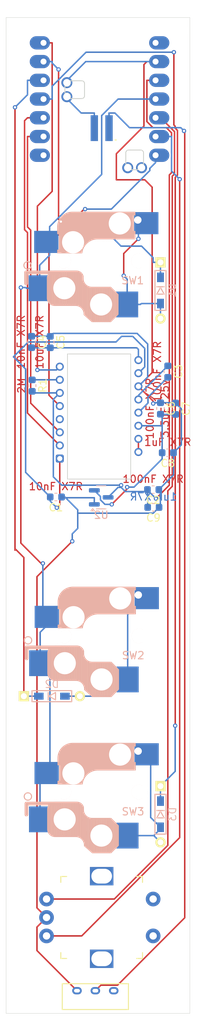
<source format=kicad_pcb>
(kicad_pcb (version 20240108) (generator "pcbnew") (generator_version "8.0")
  (layers (0 "F.Cu" signal) (31 "B.Cu" signal) (34 "B.Paste" user) (35 "F.Paste" user) (36 "B.SilkS" user "B.Silkscreen") (37 "F.SilkS" user "F.Silkscreen") (38 "B.Mask" user) (39 "F.Mask" user) (44 "Edge.Cuts" user))
  (net 0 "")
  (net 1 "Bat")
  (net 2 "Net-(BT1--)")
  (net 3 "GND")
  (net 4 "Net-(pmw3610-+VCSEL)")
  (net 5 "VCC")
  (net 6 "Net-(pmw3610-CN)")
  (net 7 "Net-(pmw3610-CP)")
  (net 8 "Net-(pmw3610-VCP)")
  (net 9 "+1v9")
  (net 10 "Net-(D1-A)")
  (net 11 "Row0")
  (net 12 "Net-(D2-A)")
  (net 13 "Row1")
  (net 14 "Row2")
  (net 15 "Net-(D3-A)")
  (net 16 "REB")
  (net 17 "REA")
  (net 22 "MOTION")
  (net 23 "SCLK")
  (net 24 "Net-(pmw3610--VCSEL)")
  (net 25 "SDIO")
  (net 27 "Net-(pmw3610-NRESET)")
  (net 28 "CS")
  (net 29 "Col0")
  (footprint "Salicylic_kbd_Library:JST_S2B-PH-SM4-TB" (layer "F.Cu") (at 100 51)
    (property "Reference" "BT1" (hide yes))
    (property "Value" "BATT")
    (pad "1" smd rect (at -1 0) (size 1 3.5) (layers "B.Cu" "B.Paste" "B.Mask") (net 1 "Bat"))
    (pad "2" smd rect (at 1 0) (size 1 3.5) (layers "B.Cu" "B.Paste" "B.Mask") (net 2 "Net-(BT1--)"))
  )
  (footprint "kbd_Parts:TGSW_MSK-12D19" (layer "F.Cu") (at 99.141563 168.977176 180)
    (property "Reference" "SW21")
    (property "Value" "SW_SPDT" (hide yes))
    (pad "1" thru_hole oval (at -2.5 1.05 180) (size 1.3 1) (drill oval 0.8 0.5) (layers "*.Cu" "*.Mask") (clearance 0.15))
    (pad "2" thru_hole oval (at 0 1.05 180) (size 1.3 1) (drill oval 0.8 0.5) (layers "*.Cu" "*.Mask") (net 2 "Net-(BT1--)") (clearance 0.15))
    (pad "3" thru_hole oval (at 2.5 1.05 180) (size 1.3 1) (drill oval 0.8 0.5) (layers "*.Cu" "*.Mask") (net 3 "GND") (clearance 0.15))
  )
  (footprint "kbd_Parts:RotaryEncoder_EC12E" (layer "F.Cu") (at 100 158)
    (property "Reference" "SW4")
    (property "Value" "RotaryEncoder")
    (pad "A" thru_hole circle (at -7.5 -2.5) (size 2 2) (drill 1) (layers "*.Cu" "*.Mask") (net 17 "REA"))
    (pad "B" thru_hole circle (at -7.5 2.5) (size 2 2) (drill 1) (layers "*.Cu" "*.Mask") (net 16 "REB"))
    (pad "C" thru_hole circle (at -7.5 0) (size 2 2) (drill 1) (layers "*.Cu" "*.Mask") (net 3 "GND"))
    (pad "MP" thru_hole rect (at 0 -5.6) (size 3.2 2.5) (drill oval 2.8 2) (layers "*.Cu" "*.Mask"))
    (pad "MP" thru_hole rect (at 0 5.6) (size 3.2 2.5) (drill oval 2.8 2) (layers "*.Cu" "*.Mask"))
    (pad "S1" thru_hole circle (at 7 2.5) (size 2 2) (drill 1) (layers "*.Cu" "*.Mask"))
    (pad "S2" thru_hole circle (at 7 -2.5) (size 2 2) (drill 1) (layers "*.Cu" "*.Mask"))
  )
  (footprint "kbd_Parts:Diode_TH_SMD" (layer "F.Cu") (at 108 73 -90)
    (property "Reference" "D1" (at 0 -1.63 90) (layer "B.SilkS") (effects (font (thickness 0.125)) (justify mirror)))
    (property "Value" "D" (hide yes))
    (property "LCSC" "" (at 0 0 90) (layer "B.SilkS") (effects (font (thickness 0.1)) (justify mirror)))
    (pad "1" thru_hole rect (at -3.81 0 270) (size 1.397 1.397) (drill 0.8128) (layers "*.Cu" "*.Mask" "F.SilkS") (net 11 "Row0"))
    (pad "1" smd rect (at -1.775 0 270) (size 1.3 0.95) (layers "B.Cu" "B.Paste" "B.Mask") (net 11 "Row0"))
    (pad "2" smd rect (at 1.775 0 270) (size 1.3 0.95) (layers "B.Cu" "B.Paste" "B.Mask") (net 10 "Net-(D1-A)"))
    (pad "2" thru_hole circle (at 3.81 0 270) (size 1.397 1.397) (drill 0.8128) (layers "*.Cu" "*.Mask" "F.SilkS") (net 10 "Net-(D1-A)"))
  )
  (footprint "kbd_Hole:m2_Screw_Hole" (layer "F.Cu") (at 88.645844 37.775358)
    (property "Reference" "Ref**")
    (property "Value" "Val**")
    (pad "" np_thru_hole circle (at 0 0) (size 2.2 2.2) (drill 2.2) (layers "*.Cu" "*.Mask"))
  )
  (footprint "Salicylic_kbd_Library:XIAO_nRF52840_wBAT_wNFC_1" (layer "F.Cu") (at 99.7094 36.5547)
    (property "Reference" "U1" (hide yes))
    (property "Value" "~" (hide yes))
    (fp_line (start -4.707753 9.749447) (end -4.707753 8.708047) (stroke (width 0.12)) (layer "Edge.Cuts"))
    (fp_line (start -4.021953 8.022247) (end -2.421753 8.022247) (stroke (width 0.12)) (layer "Edge.Cuts"))
    (fp_line (start -2.421753 10.435247) (end -4.021953 10.435247) (stroke (width 0.12)) (layer "Edge.Cuts"))
    (fp_line (start -2.040753 8.403247) (end -2.040753 10.054247) (stroke (width 0.12)) (layer "Edge.Cuts"))
    (fp_line (start 3.572247 19.391953) (end 3.572247 17.791753) (stroke (width 0.12)) (layer "Edge.Cuts"))
    (fp_line (start 3.953247 17.410753) (end 5.604247 17.410753) (stroke (width 0.12)) (layer "Edge.Cuts"))
    (fp_line (start 5.299447 20.077753) (end 4.258047 20.077753) (stroke (width 0.12)) (layer "Edge.Cuts"))
    (fp_line (start 5.985247 17.791753) (end 5.985247 19.391953) (stroke (width 0.12)) (layer "Edge.Cuts"))
    (fp_arc (start -4.707753 9.749447) (mid -4.104144 9.831638) (end -4.021953 10.435247) (stroke (width 0.12)) (layer "Edge.Cuts"))
    (fp_arc (start -4.021953 8.022247) (mid -4.104144 8.625856) (end -4.707753 8.708047) (stroke (width 0.12)) (layer "Edge.Cuts"))
    (fp_arc (start -2.421753 8.022247) (mid -2.152343 8.133837) (end -2.040753 8.403247) (stroke (width 0.12)) (layer "Edge.Cuts"))
    (fp_arc (start -2.040753 10.054247) (mid -2.152344 10.323656) (end -2.421753 10.435247) (stroke (width 0.12)) (layer "Edge.Cuts"))
    (fp_arc (start 3.572247 17.791753) (mid 3.683838 17.522342) (end 3.953247 17.410753) (stroke (width 0.12)) (layer "Edge.Cuts"))
    (fp_arc (start 3.572247 19.391953) (mid 4.175856 19.474144) (end 4.258047 20.077753) (stroke (width 0.12)) (layer "Edge.Cuts"))
    (fp_arc (start 5.299447 20.077753) (mid 5.38164 19.474141) (end 5.985247 19.391953) (stroke (width 0.12)) (layer "Edge.Cuts"))
    (fp_arc (start 5.604247 17.410753) (mid 5.873656 17.522344) (end 5.985247 17.791753) (stroke (width 0.12)) (layer "Edge.Cuts"))
    (pad "1" thru_hole oval (at -7.62 2.88) (size 2.75 1.8) (drill 0.8128 (offset -0.5 0)) (layers "*.Cu" "*.Mask") (net 22 "MOTION"))
    (pad "2" thru_hole oval (at -7.62 5.42) (size 2.75 1.8) (drill 0.8128 (offset -0.5 0)) (layers "*.Cu" "*.Mask") (net 11 "Row0"))
    (pad "3" thru_hole oval (at -7.62 7.96) (size 2.75 1.8) (drill 0.8128 (offset -0.5 0)) (layers "*.Cu" "*.Mask") (net 13 "Row1"))
    (pad "4" thru_hole oval (at -7.62 10.5) (size 2.75 1.8) (drill 0.8128 (offset -0.5 0)) (layers "*.Cu" "*.Mask") (net 14 "Row2"))
    (pad "5" thru_hole oval (at -7.62 13.04) (size 2.75 1.8) (drill 0.8128 (offset -0.5 0)) (layers "*.Cu" "*.Mask") (net 25 "SDIO"))
    (pad "6" thru_hole oval (at -7.62 15.58) (size 2.75 1.8) (drill 0.8128 (offset -0.5 0)) (layers "*.Cu" "*.Mask") (net 23 "SCLK"))
    (pad "7" thru_hole oval (at -7.62 18.12) (size 2.75 1.8) (drill 0.8128 (offset -0.5 0)) (layers "*.Cu" "*.Mask"))
    (pad "8" thru_hole oval (at 7.62 18.12) (size 2.75 1.8) (drill 0.8128 (offset 0.5 0)) (layers "*.Cu" "*.Mask") (net 28 "CS"))
    (pad "9" thru_hole oval (at 7.62 15.58) (size 2.75 1.8) (drill 0.8128 (offset 0.5 0)) (layers "*.Cu" "*.Mask") (net 16 "REB"))
    (pad "10" thru_hole oval (at 7.62 13.04) (size 2.75 1.8) (drill 0.8128 (offset 0.5 0)) (layers "*.Cu" "*.Mask") (net 17 "REA"))
    (pad "11" thru_hole oval (at 7.62 10.5) (size 2.75 1.8) (drill 0.8128 (offset 0.5 0)) (layers "*.Cu" "*.Mask") (net 29 "Col0"))
    (pad "12" thru_hole oval (at 7.62 7.96) (size 2.75 1.8) (drill 0.8128 (offset 0.5 0)) (layers "*.Cu" "*.Mask") (net 5 "VCC"))
    (pad "13" thru_hole oval (at 7.62 5.42) (size 2.75 1.8) (drill 0.8128 (offset 0.5 0)) (layers "*.Cu" "*.Mask") (net 3 "GND"))
    (pad "14" thru_hole oval (at 7.62 2.88) (size 2.75 1.8) (drill 0.8128 (offset 0.5 0)) (layers "*.Cu" "*.Mask"))
    (pad "15" thru_hole circle (at 3.8354 19.812 90) (size 1.5 1.5) (drill 1) (layers "*.Cu" "*.Mask"))
    (pad "16" thru_hole circle (at 5.715 19.812 270) (size 1.5 1.5) (drill 1) (layers "*.Cu" "*.Mask"))
    (pad "20" thru_hole circle (at -4.445 10.183 270) (size 1.5 1.5) (drill 1) (layers "*.Cu" "*.Mask") (net 1 "Bat"))
    (pad "21" thru_hole circle (at -4.445 8.278 90) (size 1.5 1.5) (drill 1) (layers "*.Cu" "*.Mask") (net 3 "GND"))
  )
  (footprint "kbd_SW_PCBA:MX_Choc_v1v2_Hotswap_1u" (layer "F.Cu") (at 99.9642 141)
    (property "Reference" "SW3" (at 4.3 2.65 180) (layer "B.SilkS"))
    (property "Value" "SW_PUSH" (hide yes))
    (pad "" np_thru_hole circle (at -5.5 0 270) (size 1.7 1.7) (drill 1.7) (layers "F&B.Cu" "*.Mask"))
    (pad "" np_thru_hole circle (at -5.08 0) (size 2 2) (drill 2) (layers "*.Cu" "*.Mask" "B.SilkS"))
    (pad "" np_thru_hole circle (at -5 3.7 90) (size 3 3) (drill 3) (layers "F&B.Cu" "*.Mask"))
    (pad "" np_thru_hole circle (at -3.81 -2.54 180) (size 3 3) (drill 3) (layers "*.Cu" "*.Mask"))
    (pad "" np_thru_hole circle (at 0 0 90) (size 4.8 4.8) (drill 4.8) (layers "F&B.Cu" "*.Mask"))
    (pad "" np_thru_hole circle (at 0 5.9 90) (size 3 3) (drill 3) (layers "F&B.Cu" "*.Mask"))
    (pad "" np_thru_hole circle (at 2.54 -5.08 180) (size 3 3) (drill 3) (layers "*.Cu" "*.Mask"))
    (pad "" np_thru_hole circle (at 5 -5.55) (size 1 1) (drill oval 1) (layers "F&B.Cu" "*.Mask"))
    (pad "" np_thru_hole circle (at 5.08 0) (size 2 2) (drill 2) (layers "*.Cu" "*.Mask" "B.SilkS"))
    (pad "" np_thru_hole circle (at 5.5 0 270) (size 1.7 1.7) (drill 1.7) (layers "F&B.Cu" "*.Mask"))
    (pad "1" smd rect (at -8.35 3.7 180) (size 3 3.5) (layers "B.Cu" "B.Paste" "B.Mask") (net 29 "Col0"))
    (pad "1" smd rect (at -7 -2.58 180) (size 3.3 3) (drill (offset 0.45 0)) (layers "B.Cu" "B.Paste" "B.Mask") (net 29 "Col0"))
    (pad "2" smd rect (at 3.55 5.9 180) (size 3 3.5) (layers "B.Cu" "B.Paste" "B.Mask") (net 15 "Net-(D3-A)"))
    (pad "2" smd rect (at 5.7 -5.12 180) (size 3.3 3) (drill (offset -0.45 0)) (layers "B.Cu" "B.Paste" "B.Mask") (net 15 "Net-(D3-A)"))
  )
  (footprint "kbd_Hole:m2_Screw_Hole" (layer "F.Cu") (at 89.7656 168.156779)
    (property "Reference" "Ref**")
    (property "Value" "Val**")
    (pad "" np_thru_hole circle (at 0 0) (size 2.2 2.2) (drill 2.2) (layers "*.Cu" "*.Mask"))
  )
  (footprint "kbd_Parts:Diode_TH_SMD" (layer "F.Cu") (at 93.225 128)
    (property "Reference" "D2" (at 0 -1.63 0) (layer "B.SilkS") (effects (font (thickness 0.125)) (justify mirror)))
    (property "Value" "D" (hide yes))
    (property "LCSC" "" (at 0 0 0) (layer "B.SilkS") (effects (font (thickness 0.1)) (justify mirror)))
    (pad "1" thru_hole rect (at -3.81 0) (size 1.397 1.397) (drill 0.8128) (layers "*.Cu" "*.Mask" "F.SilkS") (net 13 "Row1"))
    (pad "1" smd rect (at -1.775 0) (size 1.3 0.95) (layers "B.Cu" "B.Paste" "B.Mask") (net 13 "Row1"))
    (pad "2" smd rect (at 1.775 0) (size 1.3 0.95) (layers "B.Cu" "B.Paste" "B.Mask") (net 12 "Net-(D2-A)"))
    (pad "2" thru_hole circle (at 3.81 0) (size 1.397 1.397) (drill 0.8128) (layers "*.Cu" "*.Mask" "F.SilkS") (net 12 "Net-(D2-A)"))
  )
  (footprint "kbd_SW_PCBA:MX_Choc_v1v2_Hotswap_1u" (layer "F.Cu") (at 99.985623 119.831343)
    (property "Reference" "SW2" (at 4.3 2.65 180) (layer "B.SilkS"))
    (property "Value" "SW_PUSH" (hide yes))
    (pad "" np_thru_hole circle (at -5.5 0 270) (size 1.7 1.7) (drill 1.7) (layers "F&B.Cu" "*.Mask"))
    (pad "" np_thru_hole circle (at -5.08 0) (size 2 2) (drill 2) (layers "*.Cu" "*.Mask" "B.SilkS"))
    (pad "" np_thru_hole circle (at -5 3.7 90) (size 3 3) (drill 3) (layers "F&B.Cu" "*.Mask"))
    (pad "" np_thru_hole circle (at -3.81 -2.54 180) (size 3 3) (drill 3) (layers "*.Cu" "*.Mask"))
    (pad "" np_thru_hole circle (at 0 0 90) (size 4.8 4.8) (drill 4.8) (layers "F&B.Cu" "*.Mask"))
    (pad "" np_thru_hole circle (at 0 5.9 90) (size 3 3) (drill 3) (layers "F&B.Cu" "*.Mask"))
    (pad "" np_thru_hole circle (at 2.54 -5.08 180) (size 3 3) (drill 3) (layers "*.Cu" "*.Mask"))
    (pad "" np_thru_hole circle (at 5 -5.55) (size 1 1) (drill oval 1) (layers "F&B.Cu" "*.Mask"))
    (pad "" np_thru_hole circle (at 5.08 0) (size 2 2) (drill 2) (layers "*.Cu" "*.Mask" "B.SilkS"))
    (pad "" np_thru_hole circle (at 5.5 0 270) (size 1.7 1.7) (drill 1.7) (layers "F&B.Cu" "*.Mask"))
    (pad "1" smd rect (at -8.35 3.7 180) (size 3 3.5) (layers "B.Cu" "B.Paste" "B.Mask") (net 29 "Col0"))
    (pad "1" smd rect (at -7 -2.58 180) (size 3.3 3) (drill (offset 0.45 0)) (layers "B.Cu" "B.Paste" "B.Mask") (net 29 "Col0"))
    (pad "2" smd rect (at 3.55 5.9 180) (size 3 3.5) (layers "B.Cu" "B.Paste" "B.Mask") (net 12 "Net-(D2-A)"))
    (pad "2" smd rect (at 5.7 -5.12 180) (size 3.3 3) (drill (offset -0.45 0)) (layers "B.Cu" "B.Paste" "B.Mask") (net 12 "Net-(D2-A)"))
  )
  (footprint "kbd_Hole:m2_Screw_Hole" (layer "F.Cu") (at 110.400604 37.675327)
    (property "Reference" "Ref**")
    (property "Value" "Val**")
    (pad "" np_thru_hole circle (at 0 0) (size 2.2 2.2) (drill 2.2) (layers "*.Cu" "*.Mask"))
  )
  (footprint "kbd_Parts:Diode_TH_SMD" (layer "F.Cu") (at 108 144 -90)
    (property "Reference" "D3" (at 0 -1.63 90) (layer "B.SilkS") (effects (font (thickness 0.125)) (justify mirror)))
    (property "Value" "D" (hide yes))
    (property "LCSC" "" (at 0 0 90) (layer "B.SilkS") (effects (font (thickness 0.1)) (justify mirror)))
    (pad "1" thru_hole rect (at -3.81 0 270) (size 1.397 1.397) (drill 0.8128) (layers "*.Cu" "*.Mask" "F.SilkS") (net 14 "Row2"))
    (pad "1" smd rect (at -1.775 0 270) (size 1.3 0.95) (layers "B.Cu" "B.Paste" "B.Mask") (net 14 "Row2"))
    (pad "2" smd rect (at 1.775 0 270) (size 1.3 0.95) (layers "B.Cu" "B.Paste" "B.Mask") (net 15 "Net-(D3-A)"))
    (pad "2" thru_hole circle (at 3.81 0 270) (size 1.397 1.397) (drill 0.8128) (layers "*.Cu" "*.Mask" "F.SilkS") (net 15 "Net-(D3-A)"))
  )
  (footprint "kbd_SW_PCBA:MX_Choc_v1v2_Hotswap_1u" (layer "F.Cu") (at 99.92 69)
    (property "Reference" "SW1" (at 4.3 2.65 180) (layer "B.SilkS"))
    (property "Value" "SW_PUSH" (hide yes))
    (pad "" np_thru_hole circle (at -5.5 0 270) (size 1.7 1.7) (drill 1.7) (layers "F&B.Cu" "*.Mask"))
    (pad "" np_thru_hole circle (at -5.08 0) (size 2 2) (drill 2) (layers "*.Cu" "*.Mask" "B.SilkS"))
    (pad "" np_thru_hole circle (at -5 3.7 90) (size 3 3) (drill 3) (layers "F&B.Cu" "*.Mask"))
    (pad "" np_thru_hole circle (at -3.81 -2.54 180) (size 3 3) (drill 3) (layers "*.Cu" "*.Mask"))
    (pad "" np_thru_hole circle (at 0 0 90) (size 4.8 4.8) (drill 4.8) (layers "F&B.Cu" "*.Mask"))
    (pad "" np_thru_hole circle (at 0 5.9 90) (size 3 3) (drill 3) (layers "F&B.Cu" "*.Mask"))
    (pad "" np_thru_hole circle (at 2.54 -5.08 180) (size 3 3) (drill 3) (layers "*.Cu" "*.Mask"))
    (pad "" np_thru_hole circle (at 5 -5.55) (size 1 1) (drill oval 1) (layers "F&B.Cu" "*.Mask"))
    (pad "" np_thru_hole circle (at 5.08 0) (size 2 2) (drill 2) (layers "*.Cu" "*.Mask" "B.SilkS"))
    (pad "" np_thru_hole circle (at 5.5 0 270) (size 1.7 1.7) (drill 1.7) (layers "F&B.Cu" "*.Mask"))
    (pad "1" smd rect (at -8.35 3.7 180) (size 3 3.5) (layers "B.Cu" "B.Paste" "B.Mask") (net 29 "Col0"))
    (pad "1" smd rect (at -7 -2.58 180) (size 3.3 3) (drill (offset 0.45 0)) (layers "B.Cu" "B.Paste" "B.Mask") (net 29 "Col0"))
    (pad "2" smd rect (at 3.55 5.9 180) (size 3 3.5) (layers "B.Cu" "B.Paste" "B.Mask") (net 10 "Net-(D1-A)"))
    (pad "2" smd rect (at 5.7 -5.12 180) (size 3.3 3) (drill (offset -0.45 0)) (layers "B.Cu" "B.Paste" "B.Mask") (net 10 "Net-(D1-A)"))
  )
  (footprint "kbd_Hole:m2_Screw_Hole" (layer "F.Cu") (at 109.337922 168.391178)
    (property "Reference" "Ref**")
    (property "Value" "Val**")
    (pad "" np_thru_hole circle (at 0 0) (size 2.2 2.2) (drill 2.2) (layers "*.Cu" "*.Mask"))
  )
  (footprint "Capacitor_SMD:C_0603_1608Metric" (layer "B.Cu") (at 107.0343 102.3996)
    (property "Reference" "C9" (at 0 1.43 360) (layer "F.SilkS"))
    (property "Value" "1uF X7R" (at 0 -1.43 360) (layer "B.Cu") (effects (justify mirror)))
    (pad "1" smd roundrect (at -0.775 0) (size 0.9 0.95) (layers "B.Cu" "B.Paste" "B.Mask") (net 5 "VCC"))
    (pad "2" smd roundrect (at 0.775 0) (size 0.9 0.95) (layers "B.Cu" "B.Paste" "B.Mask") (net 3 "GND"))
  )
  (footprint "Capacitor_SMD:C_0603_1608Metric" (layer "B.Cu") (at 110.0439 89.0291 90)
    (property "Reference" "C7" (at 0 1.43 90) (layer "F.SilkS"))
    (property "Value" "3.3uF/25v" (at 0 -1.43 90) (layer "F.Cu"))
    (pad "1" smd roundrect (at -0.775 0 90) (size 0.9 0.95) (layers "B.Cu" "B.Paste" "B.Mask") (net 9 "+1v9"))
    (pad "2" smd roundrect (at 0.775 0 90) (size 0.9 0.95) (layers "B.Cu" "B.Paste" "B.Mask") (net 3 "GND"))
  )
  (footprint "Capacitor_SMD:C_0603_1608Metric" (layer "B.Cu") (at 93 80 90)
    (property "Reference" "C5" (at 0 1.43 90) (layer "F.SilkS"))
    (property "Value" "10uF X7R" (at 0 -1.43 90) (layer "F.Cu"))
    (pad "1" smd roundrect (at -0.775 0 90) (size 0.9 0.95) (layers "B.Cu" "B.Paste" "B.Mask") (net 8 "Net-(pmw3610-VCP)"))
    (pad "2" smd roundrect (at 0.775 0 90) (size 0.9 0.95) (layers "B.Cu" "B.Paste" "B.Mask") (net 3 "GND"))
  )
  (footprint "Capacitor_SMD:C_0603_1608Metric" (layer "B.Cu") (at 109 95)
    (property "Reference" "C8" (at 0 1.43 360) (layer "F.SilkS"))
    (property "Value" "1uF X7R" (at 0 -1.43 360) (layer "F.Cu"))
    (pad "1" smd roundrect (at -0.775 0) (size 0.9 0.95) (layers "B.Cu" "B.Paste" "B.Mask") (net 9 "+1v9"))
    (pad "2" smd roundrect (at 0.775 0) (size 0.9 0.95) (layers "B.Cu" "B.Paste" "B.Mask") (net 3 "GND"))
  )
  (footprint "seiboku-footprints:PMW3610DM-SUDU" (layer "B.Cu") (at 94.3 95.79 -90)
    (property "Reference" "pmw3610" (hide yes))
    (property "Value" "~")
    (fp_rect (start -14.18 -1.05) (end 2.78 -9.65) (stroke (width 0.1)) (fill none) (layer "Edge.Cuts"))
    (pad "1" thru_hole roundrect (at 0 0 90) (size 1.1 1.1) (drill 0.7) (layers "*.Cu" "*.Mask") (roundrect_rratio 0.2272727273) (net 4 "Net-(pmw3610-+VCSEL)"))
    (pad "2" thru_hole circle (at -1.78 0 90) (size 1.1 1.1) (drill 0.7) (layers "*.Cu" "*.Mask") (net 25 "SDIO"))
    (pad "3" thru_hole circle (at -3.56 0 90) (size 1.1 1.1) (drill 0.7) (layers "*.Cu" "*.Mask") (net 23 "SCLK"))
    (pad "4" thru_hole circle (at -5.34 0 90) (size 1.1 1.1) (drill 0.7) (layers "*.Cu" "*.Mask"))
    (pad "5" thru_hole circle (at -7.12 0 90) (size 1.1 1.1) (drill 0.7) (layers "*.Cu" "*.Mask") (net 28 "CS"))
    (pad "6" thru_hole circle (at -8.9 0 90) (size 1.1 1.1) (drill 0.7) (layers "*.Cu" "*.Mask") (net 5 "VCC"))
    (pad "7" thru_hole circle (at -10.68 0 90) (size 1.1 1.1) (drill 0.7) (layers "*.Cu" "*.Mask") (net 27 "Net-(pmw3610-NRESET)"))
    (pad "8" thru_hole circle (at -12.46 0 90) (size 1.1 1.1) (drill 0.7) (layers "*.Cu" "*.Mask") (net 22 "MOTION"))
    (pad "9" thru_hole circle (at -13.35 -10.7 90) (size 1.1 1.1) (drill 0.7) (layers "*.Cu" "*.Mask") (net 8 "Net-(pmw3610-VCP)"))
    (pad "10" thru_hole circle (at -11.57 -10.7 90) (size 1.1 1.1) (drill 0.7) (layers "*.Cu" "*.Mask") (net 4 "Net-(pmw3610-+VCSEL)"))
    (pad "11" thru_hole circle (at -9.79 -10.7 90) (size 1.1 1.1) (drill 0.7) (layers "*.Cu" "*.Mask") (net 3 "GND"))
    (pad "12" thru_hole circle (at -8.01 -10.7 90) (size 1.1 1.1) (drill 0.7) (layers "*.Cu" "*.Mask") (net 7 "Net-(pmw3610-CP)"))
    (pad "13" thru_hole circle (at -6.23 -10.7 90) (size 1.1 1.1) (drill 0.7) (layers "*.Cu" "*.Mask") (net 6 "Net-(pmw3610-CN)"))
    (pad "14" thru_hole circle (at -4.45 -10.7 90) (size 1.1 1.1) (drill 0.7) (layers "*.Cu" "*.Mask") (net 9 "+1v9"))
    (pad "15" thru_hole circle (at -2.67 -10.7 90) (size 1.1 1.1) (drill 0.7) (layers "*.Cu" "*.Mask") (net 24 "Net-(pmw3610--VCSEL)"))
    (pad "16" thru_hole circle (at -0.89 -10.7 90) (size 1.1 1.1) (drill 0.7) (layers "*.Cu" "*.Mask") (net 24 "Net-(pmw3610--VCSEL)"))
  )
  (footprint "Capacitor_SMD:C_0603_1608Metric" (layer "B.Cu") (at 90.5476 85.8988 90)
    (property "Reference" "R1" (at 0 1.43 90) (layer "F.SilkS"))
    (property "Value" "2M" (at 0 -1.43 90) (layer "F.Cu"))
    (pad "1" smd roundrect (at -0.775 0 90) (size 0.9 0.95) (layers "B.Cu" "B.Paste" "B.Mask") (net 5 "VCC"))
    (pad "2" smd roundrect (at 0.775 0 90) (size 0.9 0.95) (layers "B.Cu" "B.Paste" "B.Mask") (net 27 "Net-(pmw3610-NRESET)"))
  )
  (footprint "Package_TO_SOT_SMD:SOT-23" (layer "B.Cu") (at 99.9375 101.05)
    (property "Reference" "U2" (at 0 2.4 360) (layer "B.SilkS") (effects (justify mirror)))
    (property "Value" "MCP1700x-180xxTT")
    (pad "1" smd roundrect (at -0.9375 0.95) (size 1.475 0.6) (layers "B.Cu" "B.Paste" "B.Mask") (net 3 "GND"))
    (pad "2" smd roundrect (at -0.9375 -0.95) (size 1.475 0.6) (layers "B.Cu" "B.Paste" "B.Mask") (net 9 "+1v9"))
    (pad "3" smd roundrect (at 0.9375 0) (size 1.475 0.6) (layers "B.Cu" "B.Paste" "B.Mask") (net 5 "VCC"))
  )
  (footprint "Capacitor_SMD:C_0603_1608Metric" (layer "B.Cu") (at 107 100)
    (property "Reference" "C2" (at 0 1.43 360) (layer "F.SilkS"))
    (property "Value" "100nF X7R" (at 0 -1.43 360) (layer "F.Cu"))
    (pad "1" smd roundrect (at -0.775 0) (size 0.9 0.95) (layers "B.Cu" "B.Paste" "B.Mask") (net 5 "VCC"))
    (pad "2" smd roundrect (at 0.775 0) (size 0.9 0.95) (layers "B.Cu" "B.Paste" "B.Mask") (net 3 "GND"))
  )
  (footprint "Capacitor_SMD:C_0603_1608Metric" (layer "B.Cu") (at 93.775 101)
    (property "Reference" "C1" (at 0 1.43 360) (layer "F.SilkS"))
    (property "Value" "10nF X7R" (at 0 -1.43 360) (layer "F.Cu"))
    (pad "1" smd roundrect (at -0.775 0) (size 0.9 0.95) (layers "B.Cu" "B.Paste" "B.Mask") (net 4 "Net-(pmw3610-+VCSEL)"))
    (pad "2" smd roundrect (at 0.775 0) (size 0.9 0.95) (layers "B.Cu" "B.Paste" "B.Mask") (net 3 "GND"))
  )
  (footprint "Capacitor_SMD:C_0603_1608Metric" (layer "B.Cu") (at 108 89 90)
    (property "Reference" "C6" (at 0 1.43 90) (layer "F.SilkS"))
    (property "Value" "100nF X7R" (at 0 -1.43 90) (layer "F.Cu"))
    (pad "1" smd roundrect (at -0.775 0 90) (size 0.9 0.95) (layers "B.Cu" "B.Paste" "B.Mask") (net 9 "+1v9"))
    (pad "2" smd roundrect (at 0.775 0 90) (size 0.9 0.95) (layers "B.Cu" "B.Paste" "B.Mask") (net 3 "GND"))
  )
  (footprint "Capacitor_SMD:C_0603_1608Metric" (layer "B.Cu") (at 109 84 90)
    (property "Reference" "C3" (at 0 1.43 90) (layer "F.SilkS"))
    (property "Value" "100nF X7R" (at 0 -1.43 90) (layer "F.Cu"))
    (pad "1" smd roundrect (at -0.775 0 90) (size 0.9 0.95) (layers "B.Cu" "B.Paste" "B.Mask") (net 6 "Net-(pmw3610-CN)"))
    (pad "2" smd roundrect (at 0.775 0 90) (size 0.9 0.95) (layers "B.Cu" "B.Paste" "B.Mask") (net 7 "Net-(pmw3610-CP)"))
  )
  (footprint "Capacitor_SMD:C_0603_1608Metric" (layer "B.Cu") (at 90.4669 79.986 90)
    (property "Reference" "C4" (at 0 1.43 90) (layer "F.SilkS"))
    (property "Value" "10nF X7R" (at 0 -1.43 90) (layer "F.Cu"))
    (pad "1" smd roundrect (at -0.775 0 90) (size 0.9 0.95) (layers "B.Cu" "B.Paste" "B.Mask") (net 8 "Net-(pmw3610-VCP)"))
    (pad "2" smd roundrect (at 0.775 0 90) (size 0.9 0.95) (layers "B.Cu" "B.Paste" "B.Mask") (net 3 "GND"))
  )
  (gr_rect (start 87 36) (end 112 171) (stroke (width 0.05)) (fill none) (layer "Edge.Cuts"))
  (segment (start 95.2644 47.001) (end 97.2117 48.9483) (width 0.2) (layer "B.Cu") (net 1))
  (segment (start 97.2117 48.9483) (end 99 48.9483) (width 0.2) (layer "B.Cu") (net 1))
  (segment (start 99 51) (end 99 48.9483) (width 0.2) (layer "B.Cu") (net 1))
  (segment (start 95.2644 46.7377) (end 95.2644 47.001) (width 0.2) (layer "B.Cu") (net 1))
  (segment (start 102.161302 167.177176) (end 99.891563 167.177176) (width 0.2) (layer "F.Cu") (net 2))
  (segment (start 111.1998 51.375) (end 111.2978 51.473) (width 0.2) (layer "F.Cu") (net 2))
  (segment (start 111.2978 51.473) (end 111.1998 51.375) (width 0.2) (layer "F.Cu") (net 2))
  (segment (start 111.2978 158.040678) (end 102.161302 167.177176) (width 0.2) (layer "F.Cu") (net 2))
  (segment (start 111.1998 51.375) (end 111.2978 51.473) (width 0.2) (layer "F.Cu") (net 2))
  (segment (start 111.2978 51.473) (end 111.2978 158.040678) (width 0.2) (layer "F.Cu") (net 2))
  (segment (start 99.891563 167.177176) (end 99.141563 167.927176) (width 0.2) (layer "F.Cu") (net 2))
  (via (at 111.1998 51.375) (size 0.6) (drill 0.3) (layers "F.Cu" "B.Cu") (net 2))
  (segment (start 103.7864 50.933) (end 101.8017 48.9483) (width 0.2) (layer "B.Cu") (net 2))
  (segment (start 111.1998 51.375) (end 110.7578 50.933) (width 0.2) (layer "B.Cu") (net 2))
  (segment (start 101 51) (end 101 48.9483) (width 0.2) (layer "B.Cu") (net 2))
  (segment (start 111.2978 51.473) (end 111.1998 51.375) (width 0.2) (layer "B.Cu") (net 2))
  (segment (start 110.7578 50.933) (end 103.7864 50.933) (width 0.2) (layer "B.Cu") (net 2))
  (segment (start 101.8017 48.9483) (end 101 48.9483) (width 0.2) (layer "B.Cu") (net 2))
  (segment (start 111.1998 51.375) (end 111.2978 51.473) (width 0.2) (layer "B.Cu") (net 2))
  (segment (start 107.3294 41.9747) (end 106.1527 41.9747) (width 0.2) (layer "F.Cu") (net 3))
  (segment (start 107.0121 88.0121) (end 105 86) (width 0.2) (layer "F.Cu") (net 3))
  (segment (start 91.2 111.8) (end 96 107) (width 0.2) (layer "F.Cu") (net 3))
  (segment (start 91.2 159.3) (end 91.2 162.485613) (width 0.2) (layer "F.Cu") (net 3))
  (segment (start 105.8668 58) (end 106.8668 59) (width 0.2) (layer "F.Cu") (net 3))
  (segment (start 102 58) (end 105.8668 58) (width 0.2) (layer "F.Cu") (net 3))
  (segment (start 105.751 50.7167) (end 102 54.4677) (width 0.2) (layer "F.Cu") (net 3))
  (segment (start 105.751 50.7167) (end 105.751 42.3764) (width 0.2) (layer "F.Cu") (net 3))
  (segment (start 107.0121 88.33) (end 107.0121 88.0121) (width 0.2) (layer "F.Cu") (net 3))
  (segment (start 92.5 158) (end 91.2 156.7) (width 0.2) (layer "F.Cu") (net 3))
  (segment (start 92.5 158) (end 91.2 159.3) (width 0.2) (layer "F.Cu") (net 3))
  (segment (start 105 86) (end 106.8668 84.1332) (width 0.2) (layer "F.Cu") (net 3))
  (segment (start 105.751 42.3764) (end 106.1527 41.9747) (width 0.2) (layer "F.Cu") (net 3))
  (segment (start 106.8668 84.1332) (end 106.8668 59) (width 0.2) (layer "F.Cu") (net 3))
  (segment (start 91.2 156.7) (end 91.2 111.8) (width 0.2) (layer "F.Cu") (net 3))
  (segment (start 102 54.4677) (end 102 58) (width 0.2) (layer "F.Cu") (net 3))
  (segment (start 91.2 162.485613) (end 96.641563 167.927176) (width 0.2) (layer "F.Cu") (net 3))
  (via (at 107.0121 88.33) (size 0.6) (drill 0.3) (layers "F.Cu" "B.Cu") (net 3))
  (via (at 96 107) (size 0.6) (drill 0.3) (layers "F.Cu" "B.Cu") (net 3))
  (segment (start 104.8233 78.8233) (end 93.4017 78.8233) (width 0.2) (layer "B.Cu") (net 3))
  (segment (start 110.0439 88.2541) (end 110.0148 88.225) (width 0.2) (layer "B.Cu") (net 3))
  (segment (start 93.4017 78.8233) (end 93 79.225) (width 0.2) (layer "B.Cu") (net 3))
  (segment (start 107.775 100) (end 109.775 98) (width 0.2) (layer "B.Cu") (net 3))
  (segment (start 95.2644 44.8327) (end 95.2644 44.5474) (width 0.2) (layer "B.Cu") (net 3))
  (segment (start 107.9849 100.2099) (end 107.775 100) (width 0.2) (layer "B.Cu") (net 3))
  (segment (start 109.775 98) (end 109.775 95) (width 0.2) (layer "B.Cu") (net 3))
  (segment (start 95 101) (end 94.55 101) (width 0.2) (layer "B.Cu") (net 3))
  (segment (start 96 106) (end 96.7432 105.2568) (width 0.2) (layer "B.Cu") (net 3))
  (segment (start 105 86) (end 106.2592 84.7408) (width 0.2) (layer "B.Cu") (net 3))
  (segment (start 107.3294 41.9747) (end 106.1527 41.9747) (width 0.2) (layer "B.Cu") (net 3))
  (segment (start 107.0157 103.1932) (end 107.8093 102.3996) (width 0.2) (layer "B.Cu") (net 3))
  (segment (start 106.2592 80.2592) (end 104.8233 78.8233) (width 0.2) (layer "B.Cu") (net 3))
  (segment (start 90.4669 79.211) (end 92.986 79.211) (width 0.2) (layer "B.Cu") (net 3))
  (segment (start 110.0148 88.225) (end 108 88.225) (width 0.2) (layer "B.Cu") (net 3))
  (segment (start 96 107) (end 96 106) (width 0.2) (layer "B.Cu") (net 3))
  (segment (start 106.2592 84.7408) (end 106.2592 80.2592) (width 0.2) (layer "B.Cu") (net 3))
  (segment (start 110.8428 89.053) (end 110.0439 88.2541) (width 0.2) (layer "B.Cu") (net 3))
  (segment (start 92.986 79.211) (end 93 79.225) (width 0.2) (layer "B.Cu") (net 3))
  (segment (start 96.7432 105.2568) (end 96.7432 103.1932) (width 0.2) (layer "B.Cu") (net 3))
  (segment (start 99 101.0993) (end 94.6493 101.0993) (width 0.2) (layer "B.Cu") (net 3))
  (segment (start 107.9849 102.224) (end 107.9849 100.2099) (width 0.2) (layer "B.Cu") (net 3))
  (segment (start 106.1527 41.9748) (end 106.1527 41.9747) (width 0.2) (layer "B.Cu") (net 3))
  (segment (start 99 101.0993) (end 99 102) (width 0.2) (layer "B.Cu") (net 3))
  (segment (start 96.7432 102.7432) (end 95 101) (width 0.2) (layer "B.Cu") (net 3))
  (segment (start 110.8428 93.9322) (end 110.8428 89.053) (width 0.2) (layer "B.Cu") (net 3))
  (segment (start 96.7432 103.1932) (end 107.0157 103.1932) (width 0.2) (layer "B.Cu") (net 3))
  (segment (start 109.775 95) (end 110.8428 93.9322) (width 0.2) (layer "B.Cu") (net 3))
  (segment (start 108 88.225) (end 107.1171 88.225) (width 0.2) (layer "B.Cu") (net 3))
  (segment (start 95.2644 44.5474) (end 97.837 41.9748) (width 0.2) (layer "B.Cu") (net 3))
  (segment (start 94.6493 101.0993) (end 94.55 101) (width 0.2) (layer "B.Cu") (net 3))
  (segment (start 107.8093 102.3996) (end 107.9849 102.224) (width 0.2) (layer "B.Cu") (net 3))
  (segment (start 97.837 41.9748) (end 106.1527 41.9748) (width 0.2) (layer "B.Cu") (net 3))
  (segment (start 96.7432 103.1932) (end 96.7432 102.7432) (width 0.2) (layer "B.Cu") (net 3))
  (segment (start 107.1171 88.225) (end 107.0121 88.33) (width 0.2) (layer "B.Cu") (net 3))
  (segment (start 94.3 102.0557) (end 94.3 95.79) (width 0.2) (layer "F.Cu") (net 4))
  (segment (start 93.9 102.4557) (end 94.3 102.0557) (width 0.2) (layer "F.Cu") (net 4))
  (via (at 93.9 102.4557) (size 0.6) (drill 0.3) (layers "F.Cu" "B.Cu") (net 4))
  (segment (start 93 101.5557) (end 93.9 102.4557) (width 0.2) (layer "B.Cu") (net 4))
  (segment (start 93 101) (end 93 101.5557) (width 0.2) (layer "B.Cu") (net 4))
  (segment (start 104.225 79.225) (end 102.7161 79.225) (width 0.2) (layer "B.Cu") (net 4))
  (segment (start 105.8575 83.3625) (end 105.8575 80.8575) (width 0.2) (layer "B.Cu") (net 4))
  (segment (start 88 82) (end 89.6563 83.6563) (width 0.2) (layer "B.Cu") (net 4))
  (segment (start 90.014 79.986) (end 88 82) (width 0.2) (layer "B.Cu") (net 4))
  (segment (start 102.7161 79.225) (end 101.9551 79.986) (width 0.2) (layer "B.Cu") (net 4))
  (segment (start 89.6563 83.6563) (end 89.6563 97.6563) (width 0.2) (layer "B.Cu") (net 4))
  (segment (start 101.9551 79.986) (end 90.014 79.986) (width 0.2) (layer "B.Cu") (net 4))
  (segment (start 105.8575 80.8575) (end 104.225 79.225) (width 0.2) (layer "B.Cu") (net 4))
  (segment (start 105 84.22) (end 105.8575 83.3625) (width 0.2) (layer "B.Cu") (net 4))
  (segment (start 89.6563 97.6563) (end 93 101) (width 0.2) (layer "B.Cu") (net 4))
  (segment (start 106.9779 50.933) (end 108.8022 50.933) (width 0.2) (layer "F.Cu") (net 5))
  (segment (start 109.5061 57.0389) (end 109.2053 57.3397) (width 0.2) (layer "F.Cu") (net 5))
  (segment (start 106.1527 50.1078) (end 106.9779 50.933) (width 0.2) (layer "F.Cu") (net 5))
  (segment (start 108.8022 50.933) (end 109.5061 51.6369) (width 0.2) (layer "F.Cu") (net 5))
  (segment (start 107.3294 44.5147) (end 106.1527 44.5147) (width 0.2) (layer "F.Cu") (net 5))
  (segment (start 109.2053 57.3397) (end 109.2053 99.3893) (width 0.2) (layer "F.Cu") (net 5))
  (segment (start 106.1527 44.5147) (end 106.1527 50.1078) (width 0.2) (layer "F.Cu") (net 5))
  (segment (start 109.2053 99.3893) (end 107.3832 101.2114) (width 0.2) (layer "F.Cu") (net 5))
  (segment (start 102.5268 99.3982) (end 102.6459 99.3982) (width 0.2) (layer "F.Cu") (net 5))
  (segment (start 109.5061 51.6369) (end 109.5061 57.0389) (width 0.2) (layer "F.Cu") (net 5))
  (via (at 102.6459 99.3982) (size 0.6) (drill 0.3) (layers "F.Cu" "B.Cu") (net 5))
  (via (at 107.3832 101.2114) (size 0.6) (drill 0.3) (layers "F.Cu" "B.Cu") (net 5))
  (segment (start 94.3 86.89) (end 90.7638 86.89) (width 0.2) (layer "B.Cu") (net 5))
  (segment (start 105.9639 100.2611) (end 106.225 100) (width 0.2) (layer "B.Cu") (net 5))
  (segment (start 102.6459 99.3982) (end 94.5601 99.3982) (width 0.2) (layer "B.Cu") (net 5))
  (segment (start 100.875 101.05) (end 102.2324 99.6926) (width 0.2) (layer "B.Cu") (net 5))
  (segment (start 90.7638 86.89) (end 90.5476 86.6738) (width 0.2) (layer "B.Cu") (net 5))
  (segment (start 93.4283 87.7617) (end 94.3 86.89) (width 0.2) (layer "B.Cu") (net 5))
  (segment (start 103.2144 100.2611) (end 105.9639 100.2611) (width 0.2) (layer "B.Cu") (net 5))
  (segment (start 107.3832 101.2114) (end 106.2593 100.0875) (width 0.2) (layer "B.Cu") (net 5))
  (segment (start 106.2593 102.3996) (end 106.2593 100.0343) (width 0.2) (layer "B.Cu") (net 5))
  (segment (start 102.2324 99.6926) (end 102.6459 99.6926) (width 0.2) (layer "B.Cu") (net 5))
  (segment (start 106.2593 100.0343) (end 106.225 100) (width 0.2) (layer "B.Cu") (net 5))
  (segment (start 93.4283 98.2664) (end 93.4283 87.7617) (width 0.2) (layer "B.Cu") (net 5))
  (segment (start 106.2593 100.0875) (end 106.2593 100.0343) (width 0.2) (layer "B.Cu") (net 5))
  (segment (start 102.6459 99.3982) (end 102.6459 99.6926) (width 0.2) (layer "B.Cu") (net 5))
  (segment (start 102.6459 99.6926) (end 103.2144 100.2611) (width 0.2) (layer "B.Cu") (net 5))
  (segment (start 94.5601 99.3982) (end 93.4283 98.2664) (width 0.2) (layer "B.Cu") (net 5))
  (segment (start 106.301 88.259) (end 106.301 87.4739) (width 0.2) (layer "B.Cu") (net 6))
  (segment (start 105 89.56) (end 106.301 88.259) (width 0.2) (layer "B.Cu") (net 6))
  (segment (start 106.3011 87.4739) (end 109 84.775) (width 0.2) (layer "B.Cu") (net 6))
  (segment (start 106.301 87.4739) (end 106.3011 87.4739) (width 0.2) (layer "B.Cu") (net 6))
  (segment (start 105 87.78) (end 105 87.225) (width 0.2) (layer "B.Cu") (net 7))
  (segment (start 105 87.225) (end 109 83.225) (width 0.2) (layer "B.Cu") (net 7))
  (segment (start 93 80.775) (end 104.775 80.775) (width 0.2) (layer "B.Cu") (net 8))
  (segment (start 104.775 80.775) (end 105 81) (width 0.2) (layer "B.Cu") (net 8))
  (segment (start 90.4669 80.761) (end 90.4809 80.775) (width 0.2) (layer "B.Cu") (net 8))
  (segment (start 90.4809 80.775) (end 93 80.775) (width 0.2) (layer "B.Cu") (net 8))
  (segment (start 105 81) (end 105 82.44) (width 0.2) (layer "B.Cu") (net 8))
  (segment (start 103.4635 99.6594) (end 103.4635 99.9048) (width 0.2) (layer "F.Cu") (net 9))
  (segment (start 103.4635 99.9048) (end 101.3683 102) (width 0.2) (layer "F.Cu") (net 9))
  (via (at 103.4635 99.6594) (size 0.6) (drill 0.3) (layers "F.Cu" "B.Cu") (net 9))
  (via (at 101.3683 102) (size 0.6) (drill 0.3) (layers "F.Cu" "B.Cu") (net 9))
  (segment (start 108.2249 89.8041) (end 108.2249 91.34) (width 0.2) (layer "B.Cu") (net 9))
  (segment (start 108.2249 89.8041) (end 108.0291 89.8041) (width 0.2) (layer "B.Cu") (net 9))
  (segment (start 108.225 95) (end 108.2249 95) (width 0.2) (layer "B.Cu") (net 9))
  (segment (start 108.2249 95.83655) (end 104.40205 99.6594) (width 0.2) (layer "B.Cu") (net 9))
  (segment (start 110.0439 89.8041) (end 108.2249 89.8041) (width 0.2) (layer "B.Cu") (net 9))
  (segment (start 99.8375 101.390552) (end 100.446948 102) (width 0.2) (layer "B.Cu") (net 9))
  (segment (start 108.2249 91.34) (end 105 91.34) (width 0.2) (layer "B.Cu") (net 9))
  (segment (start 99.8375 100.9375) (end 99.8375 101.390552) (width 0.2) (layer "B.Cu") (net 9))
  (segment (start 104.40205 99.6594) (end 103.4635 99.6594) (width 0.2) (layer "B.Cu") (net 9))
  (segment (start 108.2249 95) (end 108.2249 95.83655) (width 0.2) (layer "B.Cu") (net 9))
  (segment (start 108.2249 95) (end 108.2249 91.34) (width 0.2) (layer "B.Cu") (net 9))
  (segment (start 100.446948 102) (end 101.3683 102) (width 0.2) (layer "B.Cu") (net 9))
  (segment (start 99.8375 100.9375) (end 99 100.1) (width 0.2) (layer "B.Cu") (net 9))
  (segment (start 108.0291 89.8041) (end 108 89.775) (width 0.2) (layer "B.Cu") (net 9))
  (segment (start 103 71) (end 103 68) (width 0.2) (layer "F.Cu") (net 10))
  (segment (start 103 68) (end 105 66) (width 0.2) (layer "F.Cu") (net 10))
  (via (at 105 66) (size 0.6) (drill 0.3) (layers "F.Cu" "B.Cu") (net 10))
  (via (at 103 71) (size 0.6) (drill 0.3) (layers "F.Cu" "B.Cu") (net 10))
  (segment (start 105 66) (end 105 64.572082) (width 0.2) (layer "B.Cu") (net 10))
  (segment (start 105.3967 74.775) (end 105.2717 74.9) (width 0.2) (layer "B.Cu") (net 10))
  (segment (start 103.47 71.47) (end 103 71) (width 0.2) (layer "B.Cu") (net 10))
  (segment (start 105 64.572082) (end 105.656041 63.916041) (width 0.2) (layer "B.Cu") (net 10))
  (segment (start 108 74.775) (end 105.3967 74.775) (width 0.2) (layer "B.Cu") (net 10))
  (segment (start 103.47 74.9) (end 103.47 71.47) (width 0.2) (layer "B.Cu") (net 10))
  (segment (start 103.47 74.9) (end 105.2717 74.9) (width 0.2) (layer "B.Cu") (net 10))
  (segment (start 108 76.81) (end 108 74.775) (width 0.2) (layer "B.Cu") (net 10))
  (segment (start 94.137 63.3553) (end 94.4518 63.6701) (width 0.2) (layer "F.Cu") (net 11))
  (segment (start 94.137 43.0433) (end 94.137 63.3553) (width 0.2) (layer "F.Cu") (net 11))
  (via (at 94.137 43.0433) (size 0.6) (drill 0.3) (layers "F.Cu" "B.Cu") (net 11))
  (via (at 94.4518 63.6701) (size 0.6) (drill 0.3) (layers "F.Cu" "B.Cu") (net 11))
  (segment (start 92.0894 41.9747) (end 93.2661 41.9747) (width 0.2) (layer "B.Cu") (net 11))
  (segment (start 99.3086 63.6701) (end 102.6299 66.9914) (width 0.2) (layer "B.Cu") (net 11))
  (segment (start 93.2661 41.9747) (end 93.2661 42.1724) (width 0.2) (layer "B.Cu") (net 11))
  (segment (start 106.9998 68.5649) (end 106.9998 69.19) (width 0.2) (layer "B.Cu") (net 11))
  (segment (start 108 69.19) (end 108 71.225) (width 0.2) (layer "B.Cu") (net 11))
  (segment (start 94.4518 63.6701) (end 99.3086 63.6701) (width 0.2) (layer "B.Cu") (net 11))
  (segment (start 108 69.19) (end 106.9998 69.19) (width 0.2) (layer "B.Cu") (net 11))
  (segment (start 93.2661 42.1724) (end 94.137 43.0433) (width 0.2) (layer "B.Cu") (net 11))
  (segment (start 105.4263 66.9914) (end 106.9998 68.5649) (width 0.2) (layer "B.Cu") (net 11))
  (segment (start 102.6299 66.9914) (end 105.4263 66.9914) (width 0.2) (layer "B.Cu") (net 11))
  (segment (start 103.535623 125.731343) (end 101.266966 128) (width 0.2) (layer "B.Cu") (net 12))
  (segment (start 103.535623 125.731343) (end 103.535623 116.933425) (width 0.2) (layer "B.Cu") (net 12))
  (segment (start 103.535623 116.933425) (end 105.721664 114.747384) (width 0.2) (layer "B.Cu") (net 12))
  (segment (start 95 128) (end 97.035 128) (width 0.2) (layer "B.Cu") (net 12))
  (segment (start 101.266966 128) (end 97.035 128) (width 0.2) (layer "B.Cu") (net 12))
  (segment (start 88.2105 108) (end 89.415 109.2045) (width 0.2) (layer "F.Cu") (net 13))
  (segment (start 89.415 109.2045) (end 89.415 128) (width 0.2) (layer "F.Cu") (net 13))
  (segment (start 88.2105 108.2105) (end 88.2105 108) (width 0.2) (layer "F.Cu") (net 13))
  (segment (start 88.2105 108) (end 88.2105 48.1761) (width 0.2) (layer "F.Cu") (net 13))
  (via (at 88.2105 48.1761) (size 0.6) (drill 0.3) (layers "F.Cu" "B.Cu") (net 13))
  (segment (start 89.9127 46.4739) (end 88.2105 48.1761) (width 0.2) (layer "B.Cu") (net 13))
  (segment (start 91.45 128) (end 89.415 128) (width 0.2) (layer "B.Cu") (net 13))
  (segment (start 92.0894 44.5147) (end 89.9127 44.5147) (width 0.2) (layer "B.Cu") (net 13))
  (segment (start 89.9127 44.5147) (end 89.9127 46.4739) (width 0.2) (layer "B.Cu") (net 13))
  (segment (start 110.0087 57.6723) (end 110.0087 130.1811) (width 0.2) (layer "F.Cu") (net 14))
  (segment (start 110.0741 51.0689) (end 109.9889 50.9837) (width 0.2) (layer "F.Cu") (net 14))
  (segment (start 109.9889 50.9837) (end 109.9889 50.7328) (width 0.2) (layer "F.Cu") (net 14))
  (segment (start 109.8226 50.5665) (end 109.8226 40.7047) (width 0.2) (layer "F.Cu") (net 14))
  (segment (start 110.0087 131.9913) (end 110 132) (width 0.2) (layer "F.Cu") (net 14))
  (segment (start 109.9889 50.7328) (end 109.8226 50.5665) (width 0.2) (layer "F.Cu") (net 14))
  (segment (start 110.3095 57.3715) (end 110.0087 57.6723) (width 0.2) (layer "F.Cu") (net 14))
  (segment (start 110.3095 51.3043) (end 110.3095 57.3715) (width 0.2) (layer "F.Cu") (net 14))
  (segment (start 109.9889 50.7328) (end 109.8226 50.5665) (width 0.2) (layer "F.Cu") (net 14))
  (segment (start 110.0741 51.0689) (end 109.9889 50.9837) (width 0.2) (layer "F.Cu") (net 14))
  (segment (start 110.0087 130.1811) (end 110.0087 131.9913) (width 0.2) (layer "F.Cu") (net 14))
  (segment (start 110.0741 51.0689) (end 110.3095 51.3043) (width 0.2) (layer "F.Cu") (net 14))
  (via (at 110 132) (size 0.6) (drill 0.3) (layers "F.Cu" "B.Cu") (net 14))
  (via (at 109.8226 40.7047) (size 0.6) (drill 0.3) (layers "F.Cu" "B.Cu") (net 14))
  (segment (start 97.8759 40.7047) (end 93.2661 45.3145) (width 0.2) (layer "B.Cu") (net 14))
  (segment (start 93.2661 45.3145) (end 93.2661 47.0547) (width 0.2) (layer "B.Cu") (net 14))
  (segment (start 110 138.19) (end 108 140.19) (width 0.2) (layer "B.Cu") (net 14))
  (segment (start 109.8226 40.7047) (end 97.8759 40.7047) (width 0.2) (layer "B.Cu") (net 14))
  (segment (start 110 132) (end 110 138.19) (width 0.2) (layer "B.Cu") (net 14))
  (segment (start 108 142.225) (end 108 140.19) (width 0.2) (layer "B.Cu") (net 14))
  (segment (start 92.0894 47.0547) (end 93.2661 47.0547) (width 0.2) (layer "B.Cu") (net 14))
  (segment (start 103.5142 146.9) (end 107.09 146.9) (width 0.2) (layer "B.Cu") (net 15))
  (segment (start 108 145.775) (end 108 145.99) (width 0.2) (layer "B.Cu") (net 15))
  (segment (start 106.6642 136.952082) (end 105.6642 135.952082) (width 0.2) (layer "B.Cu") (net 15))
  (segment (start 108 145.775) (end 106.6642 144.4392) (width 0.2) (layer "B.Cu") (net 15))
  (segment (start 105.6642 135.952082) (end 105.700241 135.916041) (width 0.2) (layer "B.Cu") (net 15))
  (segment (start 108 145.99) (end 107.09 146.9) (width 0.2) (layer "B.Cu") (net 15))
  (segment (start 107.09 146.9) (end 108 147.81) (width 0.2) (layer "B.Cu") (net 15))
  (segment (start 106.6642 144.4392) (end 106.6642 136.952082) (width 0.2) (layer "B.Cu") (net 15))
  (segment (start 97.287779 160.5) (end 92.5 160.5) (width 0.2) (layer "F.Cu") (net 16))
  (segment (start 110.6104 147.177379) (end 97.287779 160.5) (width 0.2) (layer "F.Cu") (net 16))
  (segment (start 110.6104 57.9214) (end 110.6104 147.177379) (width 0.2) (layer "F.Cu") (net 16))
  (via (at 110.6104 57.9214) (size 0.6) (drill 0.3) (layers "F.Cu" "B.Cu") (net 16))
  (segment (start 109.5061 52.1347) (end 109.5061 56.8171) (width 0.2) (layer "B.Cu") (net 16))
  (segment (start 107.3294 52.1347) (end 109.5061 52.1347) (width 0.2) (layer "B.Cu") (net 16))
  (segment (start 109.5061 56.8171) (end 110.6104 57.9214) (width 0.2) (layer "B.Cu") (net 16))
  (segment (start 109.6053 99.554986) (end 109 100.160286) (width 0.2) (layer "F.Cu") (net 17))
  (segment (start 109.9078 57.2052) (end 109.6053 57.5077) (width 0.2) (layer "F.Cu") (net 17))
  (segment (start 101.722093 155.5) (end 92.5 155.5) (width 0.2) (layer "F.Cu") (net 17))
  (segment (start 107.3294 49.5947) (end 108.0319 49.5947) (width 0.2) (layer "F.Cu") (net 17))
  (segment (start 109.6053 57.5077) (end 109.6053 99.554986) (width 0.2) (layer "F.Cu") (net 17))
  (segment (start 109.9078 51.4706) (end 109.9078 57.2052) (width 0.2) (layer "F.Cu") (net 17))
  (segment (start 108.0319 49.5947) (end 109.9078 51.4706) (width 0.2) (layer "F.Cu") (net 17))
  (segment (start 109 148.222093) (end 101.722093 155.5) (width 0.2) (layer "F.Cu") (net 17))
  (segment (start 109 100.160286) (end 109 148.222093) (width 0.2) (layer "F.Cu") (net 17))
  (segment (start 93.2661 39.4347) (end 93.2661 59.5654) (width 0.2) (layer "F.Cu") (net 22))
  (segment (start 93.2661 59.5654) (end 91.2564 61.5751) (width 0.2) (layer "F.Cu") (net 22))
  (segment (start 92.0894 39.4347) (end 93.2661 39.4347) (width 0.2) (layer "F.Cu") (net 22))
  (segment (start 91.2564 61.5751) (end 91.2564 83.7768) (width 0.2) (layer "F.Cu") (net 22))
  (via (at 91.2564 83.7768) (size 0.6) (drill 0.3) (layers "F.Cu" "B.Cu") (net 22))
  (segment (start 93.8532 83.7768) (end 94.3 83.33) (width 0.2) (layer "B.Cu") (net 22))
  (segment (start 91.2564 83.7768) (end 93.8532 83.7768) (width 0.2) (layer "B.Cu") (net 22))
  (segment (start 89.9127 64.3925) (end 89.9127 52.1347) (width 0.2) (layer "F.Cu") (net 23))
  (segment (start 90.3439 88.2739) (end 90.3439 64.8237) (width 0.2) (layer "F.Cu") (net 23))
  (segment (start 92.0894 52.1347) (end 89.9127 52.1347) (width 0.2) (layer "F.Cu") (net 23))
  (segment (start 90.3439 64.8237) (end 89.9127 64.3925) (width 0.2) (layer "F.Cu") (net 23))
  (segment (start 94.3 92.23) (end 90.3439 88.2739) (width 0.2) (layer "F.Cu") (net 23))
  (segment (start 105 93.12) (end 105 94.9) (width 0.2) (layer "F.Cu") (net 24))
  (segment (start 89.9127 89.6227) (end 94.3 94.01) (width 0.2) (layer "F.Cu") (net 25))
  (segment (start 89.9127 65.1603) (end 89.9127 89.6227) (width 0.2) (layer "F.Cu") (net 25))
  (segment (start 89.9127 49.5947) (end 89.511 49.9964) (width 0.2) (layer "F.Cu") (net 25))
  (segment (start 92.0894 49.5947) (end 89.9127 49.5947) (width 0.2) (layer "F.Cu") (net 25))
  (segment (start 89.511 49.9964) (end 89.511 64.7586) (width 0.2) (layer "F.Cu") (net 25))
  (segment (start 89.511 64.7586) (end 89.9127 65.1603) (width 0.2) (layer "F.Cu") (net 25))
  (segment (start 94.3 85.11) (end 90.5614 85.11) (width 0.2) (layer "B.Cu") (net 27))
  (segment (start 90.5614 85.11) (end 90.5476 85.1238) (width 0.2) (layer "B.Cu") (net 27))
  (segment (start 92.8328 87.2028) (end 92.8328 66.7571) (width 0.2) (layer "F.Cu") (net 28))
  (segment (start 94.3 88.67) (end 92.8328 87.2028) (width 0.2) (layer "F.Cu") (net 28))
  (segment (start 92.8328 66.7571) (end 97.6181 61.9718) (width 0.2) (layer "F.Cu") (net 28))
  (segment (start 97.6181 61.9718) (end 97.7458 61.9718) (width 0.2) (layer "F.Cu") (net 28))
  (via (at 97.7458 61.9718) (size 0.6) (drill 0.3) (layers "F.Cu" "B.Cu") (net 28))
  (segment (start 106.5493 56.7457) (end 101.3232 61.9718) (width 0.2) (layer "B.Cu") (net 28))
  (segment (start 107.3294 54.6747) (end 107.3294 55.6706) (width 0.2) (layer "B.Cu") (net 28))
  (segment (start 101.3232 61.9718) (end 97.7458 61.9718) (width 0.2) (layer "B.Cu") (net 28))
  (segment (start 107.3294 55.6706) (end 106.5493 56.4507) (width 0.2) (layer "B.Cu") (net 28))
  (segment (start 106.5493 56.4507) (end 106.5493 56.7457) (width 0.2) (layer "B.Cu") (net 28))
  (segment (start 89.0053 107.2451) (end 91.7602 110) (width 0.2) (layer "F.Cu") (net 29))
  (segment (start 89.0053 107.2451) (end 89.0053 72.6034) (width 0.2) (layer "F.Cu") (net 29))
  (segment (start 91.7602 110) (end 92 110) (width 0.2) (layer "F.Cu") (net 29))
  (via (at 89.0053 72.6034) (size 0.6) (drill 0.3) (layers "F.Cu" "B.Cu") (net 29))
  (via (at 92 110) (size 0.6) (drill 0.3) (layers "F.Cu" "B.Cu") (net 29))
  (segment (start 92.985623 117.985623) (end 91.635623 119.335623) (width 0.2) (layer "B.Cu") (net 29))
  (segment (start 102.2392 47.0547) (end 100 49.2939) (width 0.2) (layer "B.Cu") (net 29))
  (segment (start 92.92 66.42) (end 92.92 64.6183) (width 0.2) (layer "B.Cu") (net 29))
  (segment (start 92.92 68.2217) (end 91.57 69.5717) (width 0.2) (layer "B.Cu") (net 29))
  (segment (start 92.9642 138.42) (end 91.6142 139.77) (width 0.2) (layer "B.Cu") (net 29))
  (segment (start 92.92 64.3511) (end 92.92 64.6183) (width 0.2) (layer "B.Cu") (net 29))
  (segment (start 92 110) (end 92 116.26572) (width 0.2) (layer "B.Cu") (net 29))
  (segment (start 91.635623 119.335623) (end 91.635623 123.531343) (width 0.2) (layer "B.Cu") (net 29))
  (segment (start 91.6142 139.77) (end 91.6142 144.7) (width 0.2) (layer "B.Cu") (net 29))
  (segment (start 92.9642 138.42) (end 92.9642 124.85992) (width 0.2) (layer "B.Cu") (net 29))
  (segment (start 92.985623 117.251343) (end 92.985623 117.985623) (width 0.2) (layer "B.Cu") (net 29))
  (segment (start 100 57.2711) (end 92.92 64.3511) (width 0.2) (layer "B.Cu") (net 29))
  (segment (start 92.9642 124.85992) (end 91.635623 123.531343) (width 0.2) (layer "B.Cu") (net 29))
  (segment (start 89.6717 72.6034) (end 89.7683 72.7) (width 0.2) (layer "B.Cu") (net 29))
  (segment (start 91.57 72.7) (end 89.7683 72.7) (width 0.2) (layer "B.Cu") (net 29))
  (segment (start 89.0053 72.6034) (end 89.6717 72.6034) (width 0.2) (layer "B.Cu") (net 29))
  (segment (start 92 116.26572) (end 92.985623 117.251343) (width 0.2) (layer "B.Cu") (net 29))
  (segment (start 100 49.2939) (end 100 57.2711) (width 0.2) (layer "B.Cu") (net 29))
  (segment (start 107.3294 47.0547) (end 102.2392 47.0547) (width 0.2) (layer "B.Cu") (net 29))
  (segment (start 92.92 66.42) (end 92.92 68.2217) (width 0.2) (layer "B.Cu") (net 29))
  (segment (start 91.57 69.5717) (end 91.57 72.7) (width 0.2) (layer "B.Cu") (net 29))
)
</source>
